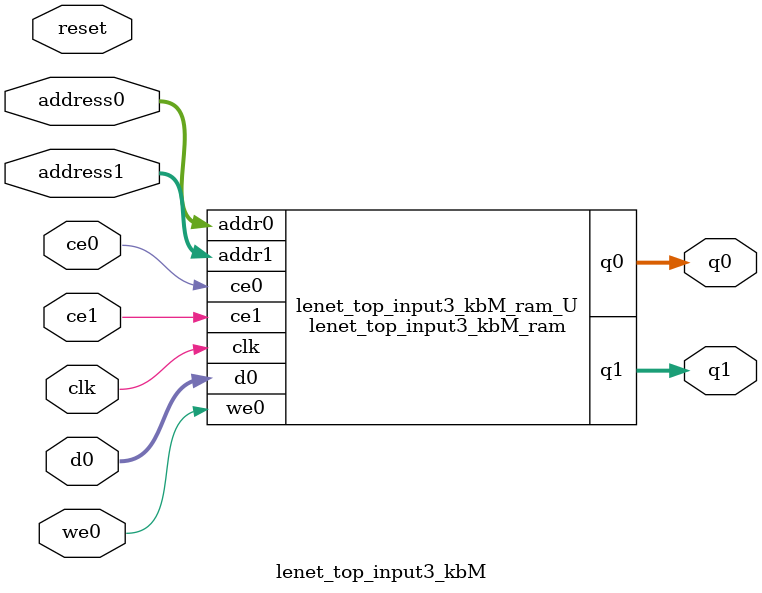
<source format=v>
`timescale 1 ns / 1 ps
module lenet_top_input3_kbM_ram (addr0, ce0, d0, we0, q0, addr1, ce1, q1,  clk);

parameter DWIDTH = 32;
parameter AWIDTH = 11;
parameter MEM_SIZE = 1176;

input[AWIDTH-1:0] addr0;
input ce0;
input[DWIDTH-1:0] d0;
input we0;
output reg[DWIDTH-1:0] q0;
input[AWIDTH-1:0] addr1;
input ce1;
output reg[DWIDTH-1:0] q1;
input clk;

(* ram_style = "block" *)reg [DWIDTH-1:0] ram[0:MEM_SIZE-1];




always @(posedge clk)  
begin 
    if (ce0) 
    begin
        if (we0) 
        begin 
            ram[addr0] <= d0; 
        end 
        q0 <= ram[addr0];
    end
end


always @(posedge clk)  
begin 
    if (ce1) 
    begin
        q1 <= ram[addr1];
    end
end


endmodule

`timescale 1 ns / 1 ps
module lenet_top_input3_kbM(
    reset,
    clk,
    address0,
    ce0,
    we0,
    d0,
    q0,
    address1,
    ce1,
    q1);

parameter DataWidth = 32'd32;
parameter AddressRange = 32'd1176;
parameter AddressWidth = 32'd11;
input reset;
input clk;
input[AddressWidth - 1:0] address0;
input ce0;
input we0;
input[DataWidth - 1:0] d0;
output[DataWidth - 1:0] q0;
input[AddressWidth - 1:0] address1;
input ce1;
output[DataWidth - 1:0] q1;



lenet_top_input3_kbM_ram lenet_top_input3_kbM_ram_U(
    .clk( clk ),
    .addr0( address0 ),
    .ce0( ce0 ),
    .we0( we0 ),
    .d0( d0 ),
    .q0( q0 ),
    .addr1( address1 ),
    .ce1( ce1 ),
    .q1( q1 ));

endmodule


</source>
